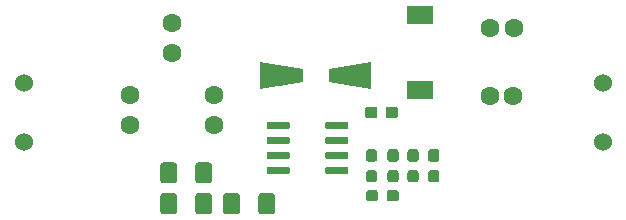
<source format=gts>
G04 #@! TF.GenerationSoftware,KiCad,Pcbnew,(5.1.0-1220-ga833aeeac)*
G04 #@! TF.CreationDate,2019-07-09T23:07:38+03:00*
G04 #@! TF.ProjectId,proto_II_buck_kicad,70726f74-6f5f-4494-995f-6275636b5f6b,rev?*
G04 #@! TF.SameCoordinates,Original*
G04 #@! TF.FileFunction,Soldermask,Top*
G04 #@! TF.FilePolarity,Negative*
%FSLAX46Y46*%
G04 Gerber Fmt 4.6, Leading zero omitted, Abs format (unit mm)*
G04 Created by KiCad (PCBNEW (5.1.0-1220-ga833aeeac)) date 2019-07-09 23:07:38*
%MOMM*%
%LPD*%
G04 APERTURE LIST*
%ADD10C,0.160000*%
%ADD11C,0.600000*%
%ADD12C,0.950000*%
%ADD13C,1.425000*%
%ADD14R,2.200000X1.600000*%
%ADD15C,1.524000*%
%ADD16C,1.676868*%
%ADD17C,1.600000*%
G04 APERTURE END LIST*
D10*
G36*
X171357403Y-120806418D02*
G01*
X171406066Y-120838934D01*
X171438582Y-120887597D01*
X171450000Y-120945000D01*
X171450000Y-121245000D01*
X171438582Y-121302403D01*
X171406066Y-121351066D01*
X171357403Y-121383582D01*
X171300000Y-121395000D01*
X169650000Y-121395000D01*
X169592597Y-121383582D01*
X169543934Y-121351066D01*
X169511418Y-121302403D01*
X169500000Y-121245000D01*
X169500000Y-120945000D01*
X169511418Y-120887597D01*
X169543934Y-120838934D01*
X169592597Y-120806418D01*
X169650000Y-120795000D01*
X171300000Y-120795000D01*
X171357403Y-120806418D01*
X171357403Y-120806418D01*
G37*
D11*
X170475000Y-121095000D03*
D10*
G36*
X171357403Y-122076418D02*
G01*
X171406066Y-122108934D01*
X171438582Y-122157597D01*
X171450000Y-122215000D01*
X171450000Y-122515000D01*
X171438582Y-122572403D01*
X171406066Y-122621066D01*
X171357403Y-122653582D01*
X171300000Y-122665000D01*
X169650000Y-122665000D01*
X169592597Y-122653582D01*
X169543934Y-122621066D01*
X169511418Y-122572403D01*
X169500000Y-122515000D01*
X169500000Y-122215000D01*
X169511418Y-122157597D01*
X169543934Y-122108934D01*
X169592597Y-122076418D01*
X169650000Y-122065000D01*
X171300000Y-122065000D01*
X171357403Y-122076418D01*
X171357403Y-122076418D01*
G37*
D11*
X170475000Y-122365000D03*
D10*
G36*
X171357403Y-123346418D02*
G01*
X171406066Y-123378934D01*
X171438582Y-123427597D01*
X171450000Y-123485000D01*
X171450000Y-123785000D01*
X171438582Y-123842403D01*
X171406066Y-123891066D01*
X171357403Y-123923582D01*
X171300000Y-123935000D01*
X169650000Y-123935000D01*
X169592597Y-123923582D01*
X169543934Y-123891066D01*
X169511418Y-123842403D01*
X169500000Y-123785000D01*
X169500000Y-123485000D01*
X169511418Y-123427597D01*
X169543934Y-123378934D01*
X169592597Y-123346418D01*
X169650000Y-123335000D01*
X171300000Y-123335000D01*
X171357403Y-123346418D01*
X171357403Y-123346418D01*
G37*
D11*
X170475000Y-123635000D03*
D10*
G36*
X171357403Y-124616418D02*
G01*
X171406066Y-124648934D01*
X171438582Y-124697597D01*
X171450000Y-124755000D01*
X171450000Y-125055000D01*
X171438582Y-125112403D01*
X171406066Y-125161066D01*
X171357403Y-125193582D01*
X171300000Y-125205000D01*
X169650000Y-125205000D01*
X169592597Y-125193582D01*
X169543934Y-125161066D01*
X169511418Y-125112403D01*
X169500000Y-125055000D01*
X169500000Y-124755000D01*
X169511418Y-124697597D01*
X169543934Y-124648934D01*
X169592597Y-124616418D01*
X169650000Y-124605000D01*
X171300000Y-124605000D01*
X171357403Y-124616418D01*
X171357403Y-124616418D01*
G37*
D11*
X170475000Y-124905000D03*
D10*
G36*
X166407403Y-124616418D02*
G01*
X166456066Y-124648934D01*
X166488582Y-124697597D01*
X166500000Y-124755000D01*
X166500000Y-125055000D01*
X166488582Y-125112403D01*
X166456066Y-125161066D01*
X166407403Y-125193582D01*
X166350000Y-125205000D01*
X164700000Y-125205000D01*
X164642597Y-125193582D01*
X164593934Y-125161066D01*
X164561418Y-125112403D01*
X164550000Y-125055000D01*
X164550000Y-124755000D01*
X164561418Y-124697597D01*
X164593934Y-124648934D01*
X164642597Y-124616418D01*
X164700000Y-124605000D01*
X166350000Y-124605000D01*
X166407403Y-124616418D01*
X166407403Y-124616418D01*
G37*
D11*
X165525000Y-124905000D03*
D10*
G36*
X166407403Y-123346418D02*
G01*
X166456066Y-123378934D01*
X166488582Y-123427597D01*
X166500000Y-123485000D01*
X166500000Y-123785000D01*
X166488582Y-123842403D01*
X166456066Y-123891066D01*
X166407403Y-123923582D01*
X166350000Y-123935000D01*
X164700000Y-123935000D01*
X164642597Y-123923582D01*
X164593934Y-123891066D01*
X164561418Y-123842403D01*
X164550000Y-123785000D01*
X164550000Y-123485000D01*
X164561418Y-123427597D01*
X164593934Y-123378934D01*
X164642597Y-123346418D01*
X164700000Y-123335000D01*
X166350000Y-123335000D01*
X166407403Y-123346418D01*
X166407403Y-123346418D01*
G37*
D11*
X165525000Y-123635000D03*
D10*
G36*
X166407403Y-122076418D02*
G01*
X166456066Y-122108934D01*
X166488582Y-122157597D01*
X166500000Y-122215000D01*
X166500000Y-122515000D01*
X166488582Y-122572403D01*
X166456066Y-122621066D01*
X166407403Y-122653582D01*
X166350000Y-122665000D01*
X164700000Y-122665000D01*
X164642597Y-122653582D01*
X164593934Y-122621066D01*
X164561418Y-122572403D01*
X164550000Y-122515000D01*
X164550000Y-122215000D01*
X164561418Y-122157597D01*
X164593934Y-122108934D01*
X164642597Y-122076418D01*
X164700000Y-122065000D01*
X166350000Y-122065000D01*
X166407403Y-122076418D01*
X166407403Y-122076418D01*
G37*
D11*
X165525000Y-122365000D03*
D10*
G36*
X166407403Y-120806418D02*
G01*
X166456066Y-120838934D01*
X166488582Y-120887597D01*
X166500000Y-120945000D01*
X166500000Y-121245000D01*
X166488582Y-121302403D01*
X166456066Y-121351066D01*
X166407403Y-121383582D01*
X166350000Y-121395000D01*
X164700000Y-121395000D01*
X164642597Y-121383582D01*
X164593934Y-121351066D01*
X164561418Y-121302403D01*
X164550000Y-121245000D01*
X164550000Y-120945000D01*
X164561418Y-120887597D01*
X164593934Y-120838934D01*
X164642597Y-120806418D01*
X164700000Y-120795000D01*
X166350000Y-120795000D01*
X166407403Y-120806418D01*
X166407403Y-120806418D01*
G37*
D11*
X165525000Y-121095000D03*
D10*
G36*
X175578387Y-123143079D02*
G01*
X175655438Y-123194562D01*
X175706921Y-123271613D01*
X175725000Y-123362500D01*
X175725000Y-123937500D01*
X175706921Y-124028387D01*
X175655438Y-124105438D01*
X175578387Y-124156921D01*
X175487500Y-124175000D01*
X175012500Y-124175000D01*
X174921613Y-124156921D01*
X174844562Y-124105438D01*
X174793079Y-124028387D01*
X174775000Y-123937500D01*
X174775000Y-123362500D01*
X174793079Y-123271613D01*
X174844562Y-123194562D01*
X174921613Y-123143079D01*
X175012500Y-123125000D01*
X175487500Y-123125000D01*
X175578387Y-123143079D01*
X175578387Y-123143079D01*
G37*
D12*
X175250000Y-123650000D03*
D10*
G36*
X175578387Y-124893079D02*
G01*
X175655438Y-124944562D01*
X175706921Y-125021613D01*
X175725000Y-125112500D01*
X175725000Y-125687500D01*
X175706921Y-125778387D01*
X175655438Y-125855438D01*
X175578387Y-125906921D01*
X175487500Y-125925000D01*
X175012500Y-125925000D01*
X174921613Y-125906921D01*
X174844562Y-125855438D01*
X174793079Y-125778387D01*
X174775000Y-125687500D01*
X174775000Y-125112500D01*
X174793079Y-125021613D01*
X174844562Y-124944562D01*
X174921613Y-124893079D01*
X175012500Y-124875000D01*
X175487500Y-124875000D01*
X175578387Y-124893079D01*
X175578387Y-124893079D01*
G37*
D12*
X175250000Y-125400000D03*
D10*
G36*
X156820671Y-126869030D02*
G01*
X156901777Y-126923223D01*
X156955970Y-127004329D01*
X156975000Y-127100000D01*
X156975000Y-128350000D01*
X156955970Y-128445671D01*
X156901777Y-128526777D01*
X156820671Y-128580970D01*
X156725000Y-128600000D01*
X155800000Y-128600000D01*
X155704329Y-128580970D01*
X155623223Y-128526777D01*
X155569030Y-128445671D01*
X155550000Y-128350000D01*
X155550000Y-127100000D01*
X155569030Y-127004329D01*
X155623223Y-126923223D01*
X155704329Y-126869030D01*
X155800000Y-126850000D01*
X156725000Y-126850000D01*
X156820671Y-126869030D01*
X156820671Y-126869030D01*
G37*
D13*
X156262500Y-127725000D03*
D10*
G36*
X159795671Y-126869030D02*
G01*
X159876777Y-126923223D01*
X159930970Y-127004329D01*
X159950000Y-127100000D01*
X159950000Y-128350000D01*
X159930970Y-128445671D01*
X159876777Y-128526777D01*
X159795671Y-128580970D01*
X159700000Y-128600000D01*
X158775000Y-128600000D01*
X158679329Y-128580970D01*
X158598223Y-128526777D01*
X158544030Y-128445671D01*
X158525000Y-128350000D01*
X158525000Y-127100000D01*
X158544030Y-127004329D01*
X158598223Y-126923223D01*
X158679329Y-126869030D01*
X158775000Y-126850000D01*
X159700000Y-126850000D01*
X159795671Y-126869030D01*
X159795671Y-126869030D01*
G37*
D13*
X159237500Y-127725000D03*
D10*
G36*
X177278387Y-123143079D02*
G01*
X177355438Y-123194562D01*
X177406921Y-123271613D01*
X177425000Y-123362500D01*
X177425000Y-123937500D01*
X177406921Y-124028387D01*
X177355438Y-124105438D01*
X177278387Y-124156921D01*
X177187500Y-124175000D01*
X176712500Y-124175000D01*
X176621613Y-124156921D01*
X176544562Y-124105438D01*
X176493079Y-124028387D01*
X176475000Y-123937500D01*
X176475000Y-123362500D01*
X176493079Y-123271613D01*
X176544562Y-123194562D01*
X176621613Y-123143079D01*
X176712500Y-123125000D01*
X177187500Y-123125000D01*
X177278387Y-123143079D01*
X177278387Y-123143079D01*
G37*
D12*
X176950000Y-123650000D03*
D10*
G36*
X177278387Y-124893079D02*
G01*
X177355438Y-124944562D01*
X177406921Y-125021613D01*
X177425000Y-125112500D01*
X177425000Y-125687500D01*
X177406921Y-125778387D01*
X177355438Y-125855438D01*
X177278387Y-125906921D01*
X177187500Y-125925000D01*
X176712500Y-125925000D01*
X176621613Y-125906921D01*
X176544562Y-125855438D01*
X176493079Y-125778387D01*
X176475000Y-125687500D01*
X176475000Y-125112500D01*
X176493079Y-125021613D01*
X176544562Y-124944562D01*
X176621613Y-124893079D01*
X176712500Y-124875000D01*
X177187500Y-124875000D01*
X177278387Y-124893079D01*
X177278387Y-124893079D01*
G37*
D12*
X176950000Y-125400000D03*
D10*
G36*
X159795671Y-124269030D02*
G01*
X159876777Y-124323223D01*
X159930970Y-124404329D01*
X159950000Y-124500000D01*
X159950000Y-125750000D01*
X159930970Y-125845671D01*
X159876777Y-125926777D01*
X159795671Y-125980970D01*
X159700000Y-126000000D01*
X158775000Y-126000000D01*
X158679329Y-125980970D01*
X158598223Y-125926777D01*
X158544030Y-125845671D01*
X158525000Y-125750000D01*
X158525000Y-124500000D01*
X158544030Y-124404329D01*
X158598223Y-124323223D01*
X158679329Y-124269030D01*
X158775000Y-124250000D01*
X159700000Y-124250000D01*
X159795671Y-124269030D01*
X159795671Y-124269030D01*
G37*
D13*
X159237500Y-125125000D03*
D10*
G36*
X156820671Y-124269030D02*
G01*
X156901777Y-124323223D01*
X156955970Y-124404329D01*
X156975000Y-124500000D01*
X156975000Y-125750000D01*
X156955970Y-125845671D01*
X156901777Y-125926777D01*
X156820671Y-125980970D01*
X156725000Y-126000000D01*
X155800000Y-126000000D01*
X155704329Y-125980970D01*
X155623223Y-125926777D01*
X155569030Y-125845671D01*
X155550000Y-125750000D01*
X155550000Y-124500000D01*
X155569030Y-124404329D01*
X155623223Y-124323223D01*
X155704329Y-124269030D01*
X155800000Y-124250000D01*
X156725000Y-124250000D01*
X156820671Y-124269030D01*
X156820671Y-124269030D01*
G37*
D13*
X156262500Y-125125000D03*
D10*
G36*
X179028387Y-124893079D02*
G01*
X179105438Y-124944562D01*
X179156921Y-125021613D01*
X179175000Y-125112500D01*
X179175000Y-125687500D01*
X179156921Y-125778387D01*
X179105438Y-125855438D01*
X179028387Y-125906921D01*
X178937500Y-125925000D01*
X178462500Y-125925000D01*
X178371613Y-125906921D01*
X178294562Y-125855438D01*
X178243079Y-125778387D01*
X178225000Y-125687500D01*
X178225000Y-125112500D01*
X178243079Y-125021613D01*
X178294562Y-124944562D01*
X178371613Y-124893079D01*
X178462500Y-124875000D01*
X178937500Y-124875000D01*
X179028387Y-124893079D01*
X179028387Y-124893079D01*
G37*
D12*
X178700000Y-125400000D03*
D10*
G36*
X179028387Y-123143079D02*
G01*
X179105438Y-123194562D01*
X179156921Y-123271613D01*
X179175000Y-123362500D01*
X179175000Y-123937500D01*
X179156921Y-124028387D01*
X179105438Y-124105438D01*
X179028387Y-124156921D01*
X178937500Y-124175000D01*
X178462500Y-124175000D01*
X178371613Y-124156921D01*
X178294562Y-124105438D01*
X178243079Y-124028387D01*
X178225000Y-123937500D01*
X178225000Y-123362500D01*
X178243079Y-123271613D01*
X178294562Y-123194562D01*
X178371613Y-123143079D01*
X178462500Y-123125000D01*
X178937500Y-123125000D01*
X179028387Y-123143079D01*
X179028387Y-123143079D01*
G37*
D12*
X178700000Y-123650000D03*
D14*
X177550000Y-118150000D03*
X177550000Y-111750000D03*
D15*
X144000000Y-122500000D03*
X144000000Y-117500000D03*
X193000000Y-117500000D03*
X193000000Y-122500000D03*
D16*
X165825000Y-116900000D03*
D10*
G36*
X164025000Y-118050000D02*
G01*
X164025000Y-115750000D01*
X167625000Y-116350000D01*
X167625000Y-117450000D01*
X164025000Y-118050000D01*
X164025000Y-118050000D01*
G37*
D16*
X171625000Y-116900000D03*
D10*
G36*
X173425000Y-115750000D02*
G01*
X173425000Y-118050000D01*
X169825000Y-117450000D01*
X169825000Y-116350000D01*
X173425000Y-115750000D01*
X173425000Y-115750000D01*
G37*
G36*
X173753387Y-123143079D02*
G01*
X173830438Y-123194562D01*
X173881921Y-123271613D01*
X173900000Y-123362500D01*
X173900000Y-123937500D01*
X173881921Y-124028387D01*
X173830438Y-124105438D01*
X173753387Y-124156921D01*
X173662500Y-124175000D01*
X173187500Y-124175000D01*
X173096613Y-124156921D01*
X173019562Y-124105438D01*
X172968079Y-124028387D01*
X172950000Y-123937500D01*
X172950000Y-123362500D01*
X172968079Y-123271613D01*
X173019562Y-123194562D01*
X173096613Y-123143079D01*
X173187500Y-123125000D01*
X173662500Y-123125000D01*
X173753387Y-123143079D01*
X173753387Y-123143079D01*
G37*
D12*
X173425000Y-123650000D03*
D10*
G36*
X173753387Y-124893079D02*
G01*
X173830438Y-124944562D01*
X173881921Y-125021613D01*
X173900000Y-125112500D01*
X173900000Y-125687500D01*
X173881921Y-125778387D01*
X173830438Y-125855438D01*
X173753387Y-125906921D01*
X173662500Y-125925000D01*
X173187500Y-125925000D01*
X173096613Y-125906921D01*
X173019562Y-125855438D01*
X172968079Y-125778387D01*
X172950000Y-125687500D01*
X172950000Y-125112500D01*
X172968079Y-125021613D01*
X173019562Y-124944562D01*
X173096613Y-124893079D01*
X173187500Y-124875000D01*
X173662500Y-124875000D01*
X173753387Y-124893079D01*
X173753387Y-124893079D01*
G37*
D12*
X173425000Y-125400000D03*
D10*
G36*
X162145671Y-126869030D02*
G01*
X162226777Y-126923223D01*
X162280970Y-127004329D01*
X162300000Y-127100000D01*
X162300000Y-128350000D01*
X162280970Y-128445671D01*
X162226777Y-128526777D01*
X162145671Y-128580970D01*
X162050000Y-128600000D01*
X161125000Y-128600000D01*
X161029329Y-128580970D01*
X160948223Y-128526777D01*
X160894030Y-128445671D01*
X160875000Y-128350000D01*
X160875000Y-127100000D01*
X160894030Y-127004329D01*
X160948223Y-126923223D01*
X161029329Y-126869030D01*
X161125000Y-126850000D01*
X162050000Y-126850000D01*
X162145671Y-126869030D01*
X162145671Y-126869030D01*
G37*
D13*
X161587500Y-127725000D03*
D10*
G36*
X165120671Y-126869030D02*
G01*
X165201777Y-126923223D01*
X165255970Y-127004329D01*
X165275000Y-127100000D01*
X165275000Y-128350000D01*
X165255970Y-128445671D01*
X165201777Y-128526777D01*
X165120671Y-128580970D01*
X165025000Y-128600000D01*
X164100000Y-128600000D01*
X164004329Y-128580970D01*
X163923223Y-128526777D01*
X163869030Y-128445671D01*
X163850000Y-128350000D01*
X163850000Y-127100000D01*
X163869030Y-127004329D01*
X163923223Y-126923223D01*
X164004329Y-126869030D01*
X164100000Y-126850000D01*
X165025000Y-126850000D01*
X165120671Y-126869030D01*
X165120671Y-126869030D01*
G37*
D13*
X164562500Y-127725000D03*
D10*
G36*
X175603387Y-126593079D02*
G01*
X175680438Y-126644562D01*
X175731921Y-126721613D01*
X175750000Y-126812500D01*
X175750000Y-127287500D01*
X175731921Y-127378387D01*
X175680438Y-127455438D01*
X175603387Y-127506921D01*
X175512500Y-127525000D01*
X174937500Y-127525000D01*
X174846613Y-127506921D01*
X174769562Y-127455438D01*
X174718079Y-127378387D01*
X174700000Y-127287500D01*
X174700000Y-126812500D01*
X174718079Y-126721613D01*
X174769562Y-126644562D01*
X174846613Y-126593079D01*
X174937500Y-126575000D01*
X175512500Y-126575000D01*
X175603387Y-126593079D01*
X175603387Y-126593079D01*
G37*
D12*
X175225000Y-127050000D03*
D10*
G36*
X173853387Y-126593079D02*
G01*
X173930438Y-126644562D01*
X173981921Y-126721613D01*
X174000000Y-126812500D01*
X174000000Y-127287500D01*
X173981921Y-127378387D01*
X173930438Y-127455438D01*
X173853387Y-127506921D01*
X173762500Y-127525000D01*
X173187500Y-127525000D01*
X173096613Y-127506921D01*
X173019562Y-127455438D01*
X172968079Y-127378387D01*
X172950000Y-127287500D01*
X172950000Y-126812500D01*
X172968079Y-126721613D01*
X173019562Y-126644562D01*
X173096613Y-126593079D01*
X173187500Y-126575000D01*
X173762500Y-126575000D01*
X173853387Y-126593079D01*
X173853387Y-126593079D01*
G37*
D12*
X173475000Y-127050000D03*
D17*
X160100000Y-118575000D03*
X160100000Y-121075000D03*
X153000000Y-118550000D03*
X153000000Y-121050000D03*
X156525000Y-112475000D03*
X156525000Y-114975000D03*
X185450000Y-118625000D03*
X183450000Y-118625000D03*
X185500000Y-112875000D03*
X183500000Y-112875000D03*
D10*
G36*
X173778387Y-119543079D02*
G01*
X173855438Y-119594562D01*
X173906921Y-119671613D01*
X173925000Y-119762500D01*
X173925000Y-120237500D01*
X173906921Y-120328387D01*
X173855438Y-120405438D01*
X173778387Y-120456921D01*
X173687500Y-120475000D01*
X173112500Y-120475000D01*
X173021613Y-120456921D01*
X172944562Y-120405438D01*
X172893079Y-120328387D01*
X172875000Y-120237500D01*
X172875000Y-119762500D01*
X172893079Y-119671613D01*
X172944562Y-119594562D01*
X173021613Y-119543079D01*
X173112500Y-119525000D01*
X173687500Y-119525000D01*
X173778387Y-119543079D01*
X173778387Y-119543079D01*
G37*
D12*
X173400000Y-120000000D03*
D10*
G36*
X175528387Y-119543079D02*
G01*
X175605438Y-119594562D01*
X175656921Y-119671613D01*
X175675000Y-119762500D01*
X175675000Y-120237500D01*
X175656921Y-120328387D01*
X175605438Y-120405438D01*
X175528387Y-120456921D01*
X175437500Y-120475000D01*
X174862500Y-120475000D01*
X174771613Y-120456921D01*
X174694562Y-120405438D01*
X174643079Y-120328387D01*
X174625000Y-120237500D01*
X174625000Y-119762500D01*
X174643079Y-119671613D01*
X174694562Y-119594562D01*
X174771613Y-119543079D01*
X174862500Y-119525000D01*
X175437500Y-119525000D01*
X175528387Y-119543079D01*
X175528387Y-119543079D01*
G37*
D12*
X175150000Y-120000000D03*
M02*

</source>
